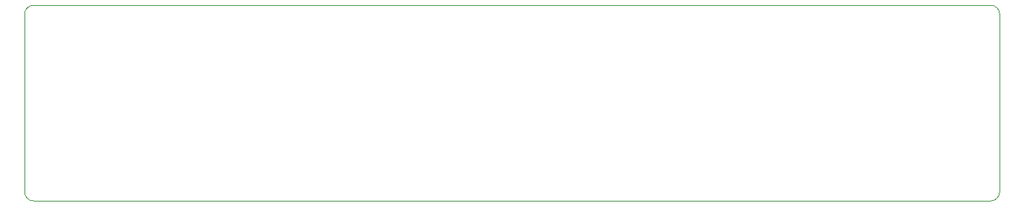
<source format=gbr>
%TF.GenerationSoftware,KiCad,Pcbnew,(6.0.2)*%
%TF.CreationDate,2022-03-16T17:45:16-04:00*%
%TF.ProjectId,cv_sequencer,63765f73-6571-4756-956e-6365722e6b69,0.1*%
%TF.SameCoordinates,Original*%
%TF.FileFunction,Profile,NP*%
%FSLAX46Y46*%
G04 Gerber Fmt 4.6, Leading zero omitted, Abs format (unit mm)*
G04 Created by KiCad (PCBNEW (6.0.2)) date 2022-03-16 17:45:16*
%MOMM*%
%LPD*%
G01*
G04 APERTURE LIST*
%TA.AperFunction,Profile*%
%ADD10C,0.050800*%
%TD*%
G04 APERTURE END LIST*
D10*
X216916002Y-86868002D02*
X107696000Y-86868000D01*
X106680000Y-85852000D02*
X106680000Y-65532000D01*
X106680000Y-85852000D02*
G75*
G03*
X107696000Y-86868000I1016002J2D01*
G01*
X107696000Y-64516000D02*
G75*
G03*
X106680000Y-65532000I2J-1016002D01*
G01*
X217932002Y-65531998D02*
G75*
G03*
X216916002Y-64515998I-1016002J-2D01*
G01*
X107696000Y-64516000D02*
X216916002Y-64515998D01*
X216916002Y-86868002D02*
G75*
G03*
X217932002Y-85852002I-2J1016002D01*
G01*
X217932000Y-65532002D02*
X217932000Y-85852002D01*
M02*

</source>
